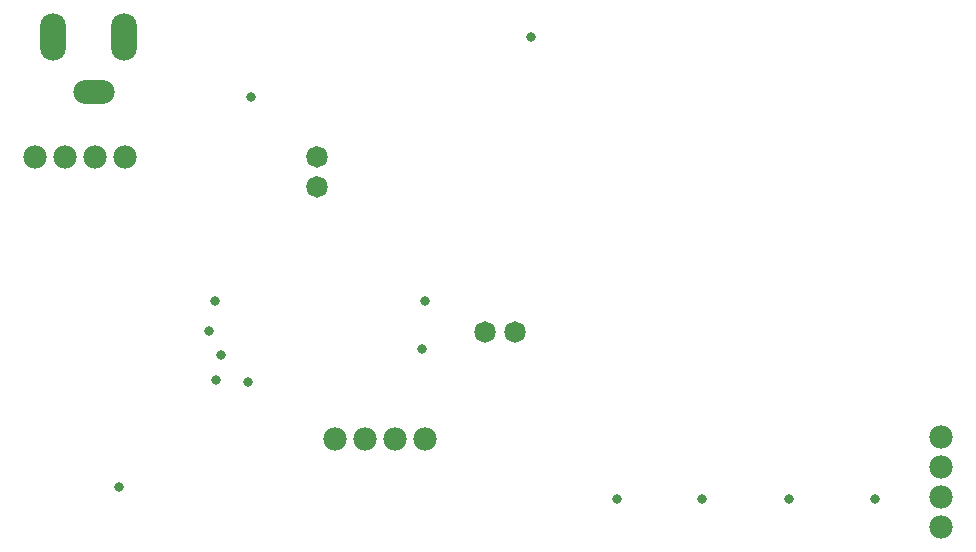
<source format=gbs>
G04*
G04 #@! TF.GenerationSoftware,Altium Limited,Altium Designer,23.8.1 (32)*
G04*
G04 Layer_Color=16711935*
%FSLAX44Y44*%
%MOMM*%
G71*
G04*
G04 #@! TF.SameCoordinates,EF1116E4-02E2-45A5-A5C3-51D3E917E2D0*
G04*
G04*
G04 #@! TF.FilePolarity,Negative*
G04*
G01*
G75*
%ADD22C,0.0000*%
%ADD26C,1.8232*%
%ADD27C,1.9812*%
%ADD28O,2.2032X4.0032*%
%ADD29O,3.5032X2.0032*%
%ADD30C,0.8382*%
D22*
X313411Y330200D02*
G03*
X313411Y330200I-8611J0D01*
G01*
Y355600D02*
G03*
X313411Y355600I-8611J0D01*
G01*
X455651Y207010D02*
G03*
X455651Y207010I-8611J0D01*
G01*
X481051D02*
G03*
X481051Y207010I-8611J0D01*
G01*
D26*
X304800Y330200D02*
D03*
Y355600D02*
D03*
X447040Y207010D02*
D03*
X472440D02*
D03*
D27*
X370840Y116840D02*
D03*
X396240D02*
D03*
X320040D02*
D03*
X345440D02*
D03*
X116840Y355600D02*
D03*
X142240D02*
D03*
X66040D02*
D03*
X91440D02*
D03*
X833120Y67310D02*
D03*
Y41910D02*
D03*
Y118110D02*
D03*
Y92710D02*
D03*
D28*
X141280Y457200D02*
D03*
X81280D02*
D03*
D29*
X116280Y410700D02*
D03*
D30*
X219710Y166370D02*
D03*
X223520Y187960D02*
D03*
X213360Y208280D02*
D03*
X246380Y165100D02*
D03*
X704850Y66040D02*
D03*
X777240D02*
D03*
X486410Y457200D02*
D03*
X393700Y193040D02*
D03*
X248920Y406400D02*
D03*
X218440Y233680D02*
D03*
X137160Y76200D02*
D03*
X631190Y66040D02*
D03*
X558800D02*
D03*
X396240Y233680D02*
D03*
M02*

</source>
